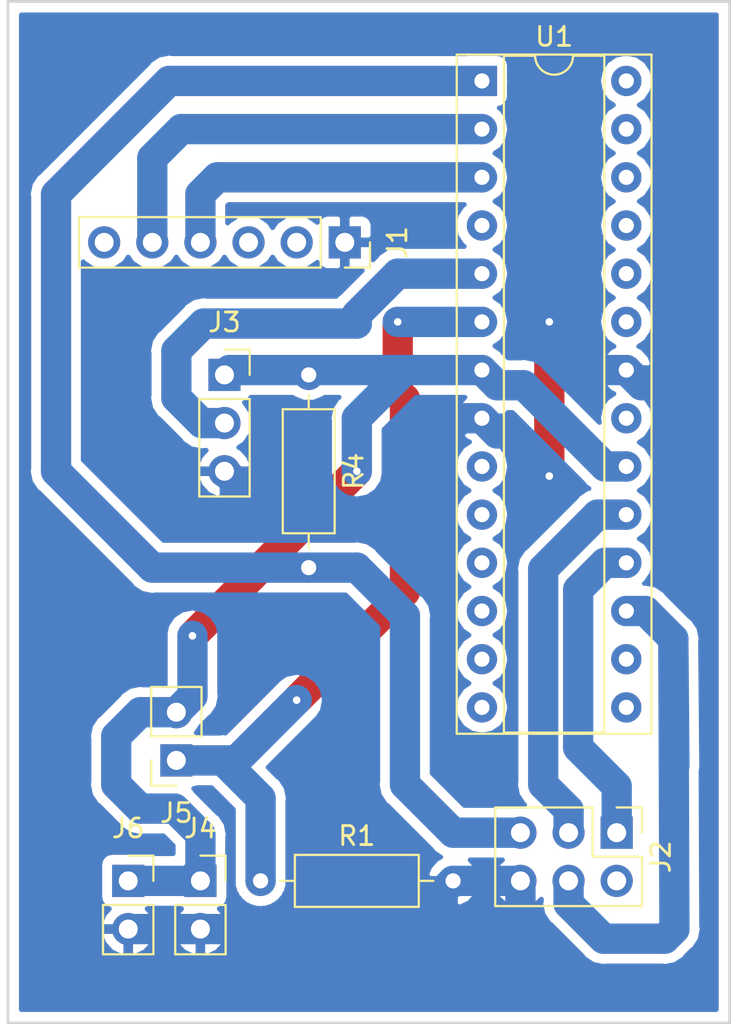
<source format=kicad_pcb>
(kicad_pcb (version 20171130) (host pcbnew 5.0.2-bee76a0~70~ubuntu16.04.1)

  (general
    (thickness 1.6)
    (drawings 7)
    (tracks 98)
    (zones 0)
    (modules 9)
    (nets 11)
  )

  (page A4)
  (layers
    (0 F.Cu signal)
    (31 B.Cu signal)
    (32 B.Adhes user)
    (33 F.Adhes user)
    (34 B.Paste user)
    (35 F.Paste user)
    (36 B.SilkS user)
    (37 F.SilkS user)
    (38 B.Mask user)
    (39 F.Mask user)
    (40 Dwgs.User user)
    (41 Cmts.User user)
    (42 Eco1.User user)
    (43 Eco2.User user)
    (44 Edge.Cuts user)
    (45 Margin user)
    (46 B.CrtYd user)
    (47 F.CrtYd user)
    (48 B.Fab user)
    (49 F.Fab user)
  )

  (setup
    (last_trace_width 1.6)
    (trace_clearance 0.2)
    (zone_clearance 0.508)
    (zone_45_only no)
    (trace_min 0.2)
    (segment_width 0.2)
    (edge_width 0.15)
    (via_size 0.8)
    (via_drill 0.4)
    (via_min_size 0.4)
    (via_min_drill 0.3)
    (uvia_size 0.3)
    (uvia_drill 0.1)
    (uvias_allowed no)
    (uvia_min_size 0.2)
    (uvia_min_drill 0.1)
    (pcb_text_width 0.3)
    (pcb_text_size 1.5 1.5)
    (mod_edge_width 0.15)
    (mod_text_size 1 1)
    (mod_text_width 0.15)
    (pad_size 1.524 1.524)
    (pad_drill 0.762)
    (pad_to_mask_clearance 0.051)
    (solder_mask_min_width 0.25)
    (aux_axis_origin 0 0)
    (visible_elements 7FFFFFFF)
    (pcbplotparams
      (layerselection 0x010fc_ffffffff)
      (usegerberextensions false)
      (usegerberattributes false)
      (usegerberadvancedattributes false)
      (creategerberjobfile false)
      (excludeedgelayer true)
      (linewidth 0.100000)
      (plotframeref false)
      (viasonmask false)
      (mode 1)
      (useauxorigin false)
      (hpglpennumber 1)
      (hpglpenspeed 20)
      (hpglpendiameter 15.000000)
      (psnegative false)
      (psa4output false)
      (plotreference true)
      (plotvalue true)
      (plotinvisibletext false)
      (padsonsilk false)
      (subtractmaskfromsilk false)
      (outputformat 1)
      (mirror false)
      (drillshape 0)
      (scaleselection 1)
      (outputdirectory "gerber/"))
  )

  (net 0 "")
  (net 1 GND)
  (net 2 MISO)
  (net 3 SCK)
  (net 4 MOSI)
  (net 5 RESET)
  (net 6 +5V)
  (net 7 "Net-(J1-Pad4)")
  (net 8 LED)
  (net 9 "Net-(J5-Pad1)")
  (net 10 "Net-(J1-Pad5)")

  (net_class Default "This is the default net class."
    (clearance 0.2)
    (trace_width 1.6)
    (via_dia 0.8)
    (via_drill 0.4)
    (uvia_dia 0.3)
    (uvia_drill 0.1)
    (add_net +5V)
    (add_net GND)
    (add_net LED)
    (add_net MISO)
    (add_net MOSI)
    (add_net "Net-(J1-Pad4)")
    (add_net "Net-(J1-Pad5)")
    (add_net "Net-(J5-Pad1)")
    (add_net RESET)
    (add_net SCK)
  )

  (module Connector_PinHeader_2.54mm:PinHeader_2x03_P2.54mm_Vertical (layer F.Cu) (tedit 5BC3281A) (tstamp 5BC33362)
    (at 44.831 56.515 270)
    (descr "Through hole straight pin header, 2x03, 2.54mm pitch, double rows")
    (tags "Through hole pin header THT 2x03 2.54mm double row")
    (path /5BB90674)
    (fp_text reference J2 (at 1.27 -2.33 270) (layer F.SilkS)
      (effects (font (size 1 1) (thickness 0.15)))
    )
    (fp_text value Conn_02x03_Odd_Even (at 1.27 7.41 270) (layer F.Fab)
      (effects (font (size 1 1) (thickness 0.15)))
    )
    (fp_line (start 0 -1.27) (end 3.81 -1.27) (layer F.Fab) (width 0.1))
    (fp_line (start 3.81 -1.27) (end 3.81 6.35) (layer F.Fab) (width 0.1))
    (fp_line (start 3.81 6.35) (end -1.27 6.35) (layer F.Fab) (width 0.1))
    (fp_line (start -1.27 6.35) (end -1.27 0) (layer F.Fab) (width 0.1))
    (fp_line (start -1.27 0) (end 0 -1.27) (layer F.Fab) (width 0.1))
    (fp_line (start -1.33 6.41) (end 3.87 6.41) (layer F.SilkS) (width 0.12))
    (fp_line (start -1.33 1.27) (end -1.33 6.41) (layer F.SilkS) (width 0.12))
    (fp_line (start 3.87 -1.33) (end 3.87 6.41) (layer F.SilkS) (width 0.12))
    (fp_line (start -1.33 1.27) (end 1.27 1.27) (layer F.SilkS) (width 0.12))
    (fp_line (start 1.27 1.27) (end 1.27 -1.33) (layer F.SilkS) (width 0.12))
    (fp_line (start 1.27 -1.33) (end 3.87 -1.33) (layer F.SilkS) (width 0.12))
    (fp_line (start -1.33 0) (end -1.33 -1.33) (layer F.SilkS) (width 0.12))
    (fp_line (start -1.33 -1.33) (end 0 -1.33) (layer F.SilkS) (width 0.12))
    (fp_line (start -1.8 -1.8) (end -1.8 6.85) (layer F.CrtYd) (width 0.05))
    (fp_line (start -1.8 6.85) (end 4.35 6.85) (layer F.CrtYd) (width 0.05))
    (fp_line (start 4.35 6.85) (end 4.35 -1.8) (layer F.CrtYd) (width 0.05))
    (fp_line (start 4.35 -1.8) (end -1.8 -1.8) (layer F.CrtYd) (width 0.05))
    (fp_text user %R (at 1.27 2.54) (layer F.Fab)
      (effects (font (size 1 1) (thickness 0.15)))
    )
    (pad 1 thru_hole rect (at 0 0 270) (size 1.7 1.7) (drill 1) (layers *.Cu *.Mask)
      (net 2 MISO))
    (pad 2 thru_hole oval (at 2.54 0 270) (size 1.7 1.7) (drill 1) (layers *.Cu *.Mask))
    (pad 3 thru_hole oval (at 0 2.54 270) (size 1.7 1.7) (drill 1) (layers *.Cu *.Mask)
      (net 3 SCK))
    (pad 4 thru_hole oval (at 2.54 2.54 270) (size 1.7 1.7) (drill 1) (layers *.Cu *.Mask)
      (net 4 MOSI))
    (pad 5 thru_hole oval (at 0 5.08 270) (size 1.7 1.7) (drill 1) (layers *.Cu *.Mask)
      (net 5 RESET))
    (pad 6 thru_hole oval (at 2.54 5.08 270) (size 1.7 1.7) (drill 1) (layers *.Cu *.Mask)
      (net 1 GND))
    (model ${KISYS3DMOD}/Connector_PinHeader_2.54mm.3dshapes/PinHeader_2x03_P2.54mm_Vertical.wrl
      (at (xyz 0 0 0))
      (scale (xyz 1 1 1))
      (rotate (xyz 0 0 0))
    )
  )

  (module Resistor_THT:R_Axial_DIN0207_L6.3mm_D2.5mm_P10.16mm_Horizontal (layer F.Cu) (tedit 5AE5139B) (tstamp 5BC34412)
    (at 26.035 59.055)
    (descr "Resistor, Axial_DIN0207 series, Axial, Horizontal, pin pitch=10.16mm, 0.25W = 1/4W, length*diameter=6.3*2.5mm^2, http://cdn-reichelt.de/documents/datenblatt/B400/1_4W%23YAG.pdf")
    (tags "Resistor Axial_DIN0207 series Axial Horizontal pin pitch 10.16mm 0.25W = 1/4W length 6.3mm diameter 2.5mm")
    (path /5C0AB08E)
    (fp_text reference R1 (at 5.08 -2.37) (layer F.SilkS)
      (effects (font (size 1 1) (thickness 0.15)))
    )
    (fp_text value 100k (at 5.08 2.37) (layer F.Fab)
      (effects (font (size 1 1) (thickness 0.15)))
    )
    (fp_line (start 1.93 -1.25) (end 1.93 1.25) (layer F.Fab) (width 0.1))
    (fp_line (start 1.93 1.25) (end 8.23 1.25) (layer F.Fab) (width 0.1))
    (fp_line (start 8.23 1.25) (end 8.23 -1.25) (layer F.Fab) (width 0.1))
    (fp_line (start 8.23 -1.25) (end 1.93 -1.25) (layer F.Fab) (width 0.1))
    (fp_line (start 0 0) (end 1.93 0) (layer F.Fab) (width 0.1))
    (fp_line (start 10.16 0) (end 8.23 0) (layer F.Fab) (width 0.1))
    (fp_line (start 1.81 -1.37) (end 1.81 1.37) (layer F.SilkS) (width 0.12))
    (fp_line (start 1.81 1.37) (end 8.35 1.37) (layer F.SilkS) (width 0.12))
    (fp_line (start 8.35 1.37) (end 8.35 -1.37) (layer F.SilkS) (width 0.12))
    (fp_line (start 8.35 -1.37) (end 1.81 -1.37) (layer F.SilkS) (width 0.12))
    (fp_line (start 1.04 0) (end 1.81 0) (layer F.SilkS) (width 0.12))
    (fp_line (start 9.12 0) (end 8.35 0) (layer F.SilkS) (width 0.12))
    (fp_line (start -1.05 -1.5) (end -1.05 1.5) (layer F.CrtYd) (width 0.05))
    (fp_line (start -1.05 1.5) (end 11.21 1.5) (layer F.CrtYd) (width 0.05))
    (fp_line (start 11.21 1.5) (end 11.21 -1.5) (layer F.CrtYd) (width 0.05))
    (fp_line (start 11.21 -1.5) (end -1.05 -1.5) (layer F.CrtYd) (width 0.05))
    (fp_text user %R (at 5.08 0 180) (layer F.Fab)
      (effects (font (size 1 1) (thickness 0.15)))
    )
    (pad 1 thru_hole circle (at 0 0) (size 1.6 1.6) (drill 0.8) (layers *.Cu *.Mask)
      (net 9 "Net-(J5-Pad1)"))
    (pad 2 thru_hole oval (at 10.16 0) (size 1.6 1.6) (drill 0.8) (layers *.Cu *.Mask)
      (net 1 GND))
    (model ${KISYS3DMOD}/Resistor_THT.3dshapes/R_Axial_DIN0207_L6.3mm_D2.5mm_P10.16mm_Horizontal.wrl
      (at (xyz 0 0 0))
      (scale (xyz 1 1 1))
      (rotate (xyz 0 0 0))
    )
  )

  (module Resistor_THT:R_Axial_DIN0207_L6.3mm_D2.5mm_P10.16mm_Horizontal (layer F.Cu) (tedit 5AE5139B) (tstamp 5C176BA3)
    (at 28.575 32.385 270)
    (descr "Resistor, Axial_DIN0207 series, Axial, Horizontal, pin pitch=10.16mm, 0.25W = 1/4W, length*diameter=6.3*2.5mm^2, http://cdn-reichelt.de/documents/datenblatt/B400/1_4W%23YAG.pdf")
    (tags "Resistor Axial_DIN0207 series Axial Horizontal pin pitch 10.16mm 0.25W = 1/4W length 6.3mm diameter 2.5mm")
    (path /5BB8F969)
    (fp_text reference R4 (at 5.08 -2.37 270) (layer F.SilkS)
      (effects (font (size 1 1) (thickness 0.15)))
    )
    (fp_text value 10k (at 5.08 2.37 270) (layer F.Fab)
      (effects (font (size 1 1) (thickness 0.15)))
    )
    (fp_text user %R (at 5.08 0 270) (layer F.Fab)
      (effects (font (size 1 1) (thickness 0.15)))
    )
    (fp_line (start 11.21 -1.5) (end -1.05 -1.5) (layer F.CrtYd) (width 0.05))
    (fp_line (start 11.21 1.5) (end 11.21 -1.5) (layer F.CrtYd) (width 0.05))
    (fp_line (start -1.05 1.5) (end 11.21 1.5) (layer F.CrtYd) (width 0.05))
    (fp_line (start -1.05 -1.5) (end -1.05 1.5) (layer F.CrtYd) (width 0.05))
    (fp_line (start 9.12 0) (end 8.35 0) (layer F.SilkS) (width 0.12))
    (fp_line (start 1.04 0) (end 1.81 0) (layer F.SilkS) (width 0.12))
    (fp_line (start 8.35 -1.37) (end 1.81 -1.37) (layer F.SilkS) (width 0.12))
    (fp_line (start 8.35 1.37) (end 8.35 -1.37) (layer F.SilkS) (width 0.12))
    (fp_line (start 1.81 1.37) (end 8.35 1.37) (layer F.SilkS) (width 0.12))
    (fp_line (start 1.81 -1.37) (end 1.81 1.37) (layer F.SilkS) (width 0.12))
    (fp_line (start 10.16 0) (end 8.23 0) (layer F.Fab) (width 0.1))
    (fp_line (start 0 0) (end 1.93 0) (layer F.Fab) (width 0.1))
    (fp_line (start 8.23 -1.25) (end 1.93 -1.25) (layer F.Fab) (width 0.1))
    (fp_line (start 8.23 1.25) (end 8.23 -1.25) (layer F.Fab) (width 0.1))
    (fp_line (start 1.93 1.25) (end 8.23 1.25) (layer F.Fab) (width 0.1))
    (fp_line (start 1.93 -1.25) (end 1.93 1.25) (layer F.Fab) (width 0.1))
    (pad 2 thru_hole oval (at 10.16 0 270) (size 1.6 1.6) (drill 0.8) (layers *.Cu *.Mask)
      (net 5 RESET))
    (pad 1 thru_hole circle (at 0 0 270) (size 1.6 1.6) (drill 0.8) (layers *.Cu *.Mask)
      (net 6 +5V))
    (model ${KISYS3DMOD}/Resistor_THT.3dshapes/R_Axial_DIN0207_L6.3mm_D2.5mm_P10.16mm_Horizontal.wrl
      (at (xyz 0 0 0))
      (scale (xyz 1 1 1))
      (rotate (xyz 0 0 0))
    )
  )

  (module Package_DIP:DIP-28_W7.62mm_Socket (layer F.Cu) (tedit 5A02E8C5) (tstamp 5BC33408)
    (at 37.719 16.891)
    (descr "28-lead though-hole mounted DIP package, row spacing 7.62 mm (300 mils), Socket")
    (tags "THT DIP DIL PDIP 2.54mm 7.62mm 300mil Socket")
    (path /5BB8CBE4)
    (fp_text reference U1 (at 3.81 -2.33) (layer F.SilkS)
      (effects (font (size 1 1) (thickness 0.15)))
    )
    (fp_text value ATMEGA8-16PU (at 3.81 35.35) (layer F.Fab)
      (effects (font (size 1 1) (thickness 0.15)))
    )
    (fp_arc (start 3.81 -1.33) (end 2.81 -1.33) (angle -180) (layer F.SilkS) (width 0.12))
    (fp_line (start 1.635 -1.27) (end 6.985 -1.27) (layer F.Fab) (width 0.1))
    (fp_line (start 6.985 -1.27) (end 6.985 34.29) (layer F.Fab) (width 0.1))
    (fp_line (start 6.985 34.29) (end 0.635 34.29) (layer F.Fab) (width 0.1))
    (fp_line (start 0.635 34.29) (end 0.635 -0.27) (layer F.Fab) (width 0.1))
    (fp_line (start 0.635 -0.27) (end 1.635 -1.27) (layer F.Fab) (width 0.1))
    (fp_line (start -1.27 -1.33) (end -1.27 34.35) (layer F.Fab) (width 0.1))
    (fp_line (start -1.27 34.35) (end 8.89 34.35) (layer F.Fab) (width 0.1))
    (fp_line (start 8.89 34.35) (end 8.89 -1.33) (layer F.Fab) (width 0.1))
    (fp_line (start 8.89 -1.33) (end -1.27 -1.33) (layer F.Fab) (width 0.1))
    (fp_line (start 2.81 -1.33) (end 1.16 -1.33) (layer F.SilkS) (width 0.12))
    (fp_line (start 1.16 -1.33) (end 1.16 34.35) (layer F.SilkS) (width 0.12))
    (fp_line (start 1.16 34.35) (end 6.46 34.35) (layer F.SilkS) (width 0.12))
    (fp_line (start 6.46 34.35) (end 6.46 -1.33) (layer F.SilkS) (width 0.12))
    (fp_line (start 6.46 -1.33) (end 4.81 -1.33) (layer F.SilkS) (width 0.12))
    (fp_line (start -1.33 -1.39) (end -1.33 34.41) (layer F.SilkS) (width 0.12))
    (fp_line (start -1.33 34.41) (end 8.95 34.41) (layer F.SilkS) (width 0.12))
    (fp_line (start 8.95 34.41) (end 8.95 -1.39) (layer F.SilkS) (width 0.12))
    (fp_line (start 8.95 -1.39) (end -1.33 -1.39) (layer F.SilkS) (width 0.12))
    (fp_line (start -1.55 -1.6) (end -1.55 34.65) (layer F.CrtYd) (width 0.05))
    (fp_line (start -1.55 34.65) (end 9.15 34.65) (layer F.CrtYd) (width 0.05))
    (fp_line (start 9.15 34.65) (end 9.15 -1.6) (layer F.CrtYd) (width 0.05))
    (fp_line (start 9.15 -1.6) (end -1.55 -1.6) (layer F.CrtYd) (width 0.05))
    (fp_text user %R (at 3.81 16.51) (layer F.Fab)
      (effects (font (size 1 1) (thickness 0.15)))
    )
    (pad 1 thru_hole rect (at 0 0) (size 1.6 1.6) (drill 0.8) (layers *.Cu *.Mask)
      (net 5 RESET))
    (pad 15 thru_hole oval (at 7.62 33.02) (size 1.6 1.6) (drill 0.8) (layers *.Cu *.Mask))
    (pad 2 thru_hole oval (at 0 2.54) (size 1.6 1.6) (drill 0.8) (layers *.Cu *.Mask)
      (net 10 "Net-(J1-Pad5)"))
    (pad 16 thru_hole oval (at 7.62 30.48) (size 1.6 1.6) (drill 0.8) (layers *.Cu *.Mask))
    (pad 3 thru_hole oval (at 0 5.08) (size 1.6 1.6) (drill 0.8) (layers *.Cu *.Mask)
      (net 7 "Net-(J1-Pad4)"))
    (pad 17 thru_hole oval (at 7.62 27.94) (size 1.6 1.6) (drill 0.8) (layers *.Cu *.Mask)
      (net 4 MOSI))
    (pad 4 thru_hole oval (at 0 7.62) (size 1.6 1.6) (drill 0.8) (layers *.Cu *.Mask))
    (pad 18 thru_hole oval (at 7.62 25.4) (size 1.6 1.6) (drill 0.8) (layers *.Cu *.Mask)
      (net 2 MISO))
    (pad 5 thru_hole oval (at 0 10.16) (size 1.6 1.6) (drill 0.8) (layers *.Cu *.Mask)
      (net 8 LED))
    (pad 19 thru_hole oval (at 7.62 22.86) (size 1.6 1.6) (drill 0.8) (layers *.Cu *.Mask)
      (net 3 SCK))
    (pad 6 thru_hole oval (at 0 12.7) (size 1.6 1.6) (drill 0.8) (layers *.Cu *.Mask)
      (net 9 "Net-(J5-Pad1)"))
    (pad 20 thru_hole oval (at 7.62 20.32) (size 1.6 1.6) (drill 0.8) (layers *.Cu *.Mask)
      (net 6 +5V))
    (pad 7 thru_hole oval (at 0 15.24) (size 1.6 1.6) (drill 0.8) (layers *.Cu *.Mask)
      (net 6 +5V))
    (pad 21 thru_hole oval (at 7.62 17.78) (size 1.6 1.6) (drill 0.8) (layers *.Cu *.Mask))
    (pad 8 thru_hole oval (at 0 17.78) (size 1.6 1.6) (drill 0.8) (layers *.Cu *.Mask)
      (net 1 GND))
    (pad 22 thru_hole oval (at 7.62 15.24) (size 1.6 1.6) (drill 0.8) (layers *.Cu *.Mask)
      (net 1 GND))
    (pad 9 thru_hole oval (at 0 20.32) (size 1.6 1.6) (drill 0.8) (layers *.Cu *.Mask))
    (pad 23 thru_hole oval (at 7.62 12.7) (size 1.6 1.6) (drill 0.8) (layers *.Cu *.Mask))
    (pad 10 thru_hole oval (at 0 22.86) (size 1.6 1.6) (drill 0.8) (layers *.Cu *.Mask))
    (pad 24 thru_hole oval (at 7.62 10.16) (size 1.6 1.6) (drill 0.8) (layers *.Cu *.Mask))
    (pad 11 thru_hole oval (at 0 25.4) (size 1.6 1.6) (drill 0.8) (layers *.Cu *.Mask))
    (pad 25 thru_hole oval (at 7.62 7.62) (size 1.6 1.6) (drill 0.8) (layers *.Cu *.Mask))
    (pad 12 thru_hole oval (at 0 27.94) (size 1.6 1.6) (drill 0.8) (layers *.Cu *.Mask))
    (pad 26 thru_hole oval (at 7.62 5.08) (size 1.6 1.6) (drill 0.8) (layers *.Cu *.Mask))
    (pad 13 thru_hole oval (at 0 30.48) (size 1.6 1.6) (drill 0.8) (layers *.Cu *.Mask))
    (pad 27 thru_hole oval (at 7.62 2.54) (size 1.6 1.6) (drill 0.8) (layers *.Cu *.Mask))
    (pad 14 thru_hole oval (at 0 33.02) (size 1.6 1.6) (drill 0.8) (layers *.Cu *.Mask))
    (pad 28 thru_hole oval (at 7.62 0) (size 1.6 1.6) (drill 0.8) (layers *.Cu *.Mask))
    (model ${KISYS3DMOD}/Package_DIP.3dshapes/DIP-28_W7.62mm_Socket.wrl
      (at (xyz 0 0 0))
      (scale (xyz 1 1 1))
      (rotate (xyz 0 0 0))
    )
  )

  (module Connector_PinSocket_2.54mm:PinSocket_1x03_P2.54mm_Vertical (layer F.Cu) (tedit 5A19A429) (tstamp 5C176061)
    (at 24.13 32.385)
    (descr "Through hole straight socket strip, 1x03, 2.54mm pitch, single row (from Kicad 4.0.7), script generated")
    (tags "Through hole socket strip THT 1x03 2.54mm single row")
    (path /5C084B83)
    (fp_text reference J3 (at 0 -2.77) (layer F.SilkS)
      (effects (font (size 1 1) (thickness 0.15)))
    )
    (fp_text value Conn_01x03 (at 0 7.85) (layer F.Fab)
      (effects (font (size 1 1) (thickness 0.15)))
    )
    (fp_line (start -1.27 -1.27) (end 0.635 -1.27) (layer F.Fab) (width 0.1))
    (fp_line (start 0.635 -1.27) (end 1.27 -0.635) (layer F.Fab) (width 0.1))
    (fp_line (start 1.27 -0.635) (end 1.27 6.35) (layer F.Fab) (width 0.1))
    (fp_line (start 1.27 6.35) (end -1.27 6.35) (layer F.Fab) (width 0.1))
    (fp_line (start -1.27 6.35) (end -1.27 -1.27) (layer F.Fab) (width 0.1))
    (fp_line (start -1.33 1.27) (end 1.33 1.27) (layer F.SilkS) (width 0.12))
    (fp_line (start -1.33 1.27) (end -1.33 6.41) (layer F.SilkS) (width 0.12))
    (fp_line (start -1.33 6.41) (end 1.33 6.41) (layer F.SilkS) (width 0.12))
    (fp_line (start 1.33 1.27) (end 1.33 6.41) (layer F.SilkS) (width 0.12))
    (fp_line (start 1.33 -1.33) (end 1.33 0) (layer F.SilkS) (width 0.12))
    (fp_line (start 0 -1.33) (end 1.33 -1.33) (layer F.SilkS) (width 0.12))
    (fp_line (start -1.8 -1.8) (end 1.75 -1.8) (layer F.CrtYd) (width 0.05))
    (fp_line (start 1.75 -1.8) (end 1.75 6.85) (layer F.CrtYd) (width 0.05))
    (fp_line (start 1.75 6.85) (end -1.8 6.85) (layer F.CrtYd) (width 0.05))
    (fp_line (start -1.8 6.85) (end -1.8 -1.8) (layer F.CrtYd) (width 0.05))
    (fp_text user %R (at 0 2.54 90) (layer F.Fab)
      (effects (font (size 1 1) (thickness 0.15)))
    )
    (pad 1 thru_hole rect (at 0 0) (size 1.7 1.7) (drill 1) (layers *.Cu *.Mask)
      (net 6 +5V))
    (pad 2 thru_hole oval (at 0 2.54) (size 1.7 1.7) (drill 1) (layers *.Cu *.Mask)
      (net 8 LED))
    (pad 3 thru_hole oval (at 0 5.08) (size 1.7 1.7) (drill 1) (layers *.Cu *.Mask)
      (net 1 GND))
    (model ${KISYS3DMOD}/Connector_PinSocket_2.54mm.3dshapes/PinSocket_1x03_P2.54mm_Vertical.wrl
      (at (xyz 0 0 0))
      (scale (xyz 1 1 1))
      (rotate (xyz 0 0 0))
    )
  )

  (module Connector_PinSocket_2.54mm:PinSocket_1x02_P2.54mm_Vertical (layer F.Cu) (tedit 5A19A420) (tstamp 5C1763EA)
    (at 22.86 59.055)
    (descr "Through hole straight socket strip, 1x02, 2.54mm pitch, single row (from Kicad 4.0.7), script generated")
    (tags "Through hole socket strip THT 1x02 2.54mm single row")
    (path /5C084590)
    (fp_text reference J4 (at 0 -2.77) (layer F.SilkS)
      (effects (font (size 1 1) (thickness 0.15)))
    )
    (fp_text value Conn_01x02_Male (at 0 5.31) (layer F.Fab)
      (effects (font (size 1 1) (thickness 0.15)))
    )
    (fp_line (start -1.27 -1.27) (end 0.635 -1.27) (layer F.Fab) (width 0.1))
    (fp_line (start 0.635 -1.27) (end 1.27 -0.635) (layer F.Fab) (width 0.1))
    (fp_line (start 1.27 -0.635) (end 1.27 3.81) (layer F.Fab) (width 0.1))
    (fp_line (start 1.27 3.81) (end -1.27 3.81) (layer F.Fab) (width 0.1))
    (fp_line (start -1.27 3.81) (end -1.27 -1.27) (layer F.Fab) (width 0.1))
    (fp_line (start -1.33 1.27) (end 1.33 1.27) (layer F.SilkS) (width 0.12))
    (fp_line (start -1.33 1.27) (end -1.33 3.87) (layer F.SilkS) (width 0.12))
    (fp_line (start -1.33 3.87) (end 1.33 3.87) (layer F.SilkS) (width 0.12))
    (fp_line (start 1.33 1.27) (end 1.33 3.87) (layer F.SilkS) (width 0.12))
    (fp_line (start 1.33 -1.33) (end 1.33 0) (layer F.SilkS) (width 0.12))
    (fp_line (start 0 -1.33) (end 1.33 -1.33) (layer F.SilkS) (width 0.12))
    (fp_line (start -1.8 -1.8) (end 1.75 -1.8) (layer F.CrtYd) (width 0.05))
    (fp_line (start 1.75 -1.8) (end 1.75 4.3) (layer F.CrtYd) (width 0.05))
    (fp_line (start 1.75 4.3) (end -1.8 4.3) (layer F.CrtYd) (width 0.05))
    (fp_line (start -1.8 4.3) (end -1.8 -1.8) (layer F.CrtYd) (width 0.05))
    (fp_text user %R (at 0 1.27 90) (layer F.Fab)
      (effects (font (size 1 1) (thickness 0.15)))
    )
    (pad 1 thru_hole rect (at 0 0) (size 1.7 1.7) (drill 1) (layers *.Cu *.Mask)
      (net 6 +5V))
    (pad 2 thru_hole oval (at 0 2.54) (size 1.7 1.7) (drill 1) (layers *.Cu *.Mask)
      (net 1 GND))
    (model ${KISYS3DMOD}/Connector_PinSocket_2.54mm.3dshapes/PinSocket_1x02_P2.54mm_Vertical.wrl
      (at (xyz 0 0 0))
      (scale (xyz 1 1 1))
      (rotate (xyz 0 0 0))
    )
  )

  (module Connector_PinSocket_2.54mm:PinSocket_1x02_P2.54mm_Vertical (layer F.Cu) (tedit 5A19A420) (tstamp 5C17608D)
    (at 21.59 52.705 180)
    (descr "Through hole straight socket strip, 1x02, 2.54mm pitch, single row (from Kicad 4.0.7), script generated")
    (tags "Through hole socket strip THT 1x02 2.54mm single row")
    (path /5C0AAC9D)
    (fp_text reference J5 (at 0 -2.77 180) (layer F.SilkS)
      (effects (font (size 1 1) (thickness 0.15)))
    )
    (fp_text value Conn_01x02_Male (at 0 5.31 180) (layer F.Fab)
      (effects (font (size 1 1) (thickness 0.15)))
    )
    (fp_text user %R (at 0 1.27 270) (layer F.Fab)
      (effects (font (size 1 1) (thickness 0.15)))
    )
    (fp_line (start -1.8 4.3) (end -1.8 -1.8) (layer F.CrtYd) (width 0.05))
    (fp_line (start 1.75 4.3) (end -1.8 4.3) (layer F.CrtYd) (width 0.05))
    (fp_line (start 1.75 -1.8) (end 1.75 4.3) (layer F.CrtYd) (width 0.05))
    (fp_line (start -1.8 -1.8) (end 1.75 -1.8) (layer F.CrtYd) (width 0.05))
    (fp_line (start 0 -1.33) (end 1.33 -1.33) (layer F.SilkS) (width 0.12))
    (fp_line (start 1.33 -1.33) (end 1.33 0) (layer F.SilkS) (width 0.12))
    (fp_line (start 1.33 1.27) (end 1.33 3.87) (layer F.SilkS) (width 0.12))
    (fp_line (start -1.33 3.87) (end 1.33 3.87) (layer F.SilkS) (width 0.12))
    (fp_line (start -1.33 1.27) (end -1.33 3.87) (layer F.SilkS) (width 0.12))
    (fp_line (start -1.33 1.27) (end 1.33 1.27) (layer F.SilkS) (width 0.12))
    (fp_line (start -1.27 3.81) (end -1.27 -1.27) (layer F.Fab) (width 0.1))
    (fp_line (start 1.27 3.81) (end -1.27 3.81) (layer F.Fab) (width 0.1))
    (fp_line (start 1.27 -0.635) (end 1.27 3.81) (layer F.Fab) (width 0.1))
    (fp_line (start 0.635 -1.27) (end 1.27 -0.635) (layer F.Fab) (width 0.1))
    (fp_line (start -1.27 -1.27) (end 0.635 -1.27) (layer F.Fab) (width 0.1))
    (pad 2 thru_hole oval (at 0 2.54 180) (size 1.7 1.7) (drill 1) (layers *.Cu *.Mask)
      (net 6 +5V))
    (pad 1 thru_hole rect (at 0 0 180) (size 1.7 1.7) (drill 1) (layers *.Cu *.Mask)
      (net 9 "Net-(J5-Pad1)"))
    (model ${KISYS3DMOD}/Connector_PinSocket_2.54mm.3dshapes/PinSocket_1x02_P2.54mm_Vertical.wrl
      (at (xyz 0 0 0))
      (scale (xyz 1 1 1))
      (rotate (xyz 0 0 0))
    )
  )

  (module Connector_PinSocket_2.54mm:PinSocket_1x06_P2.54mm_Vertical (layer F.Cu) (tedit 5A19A430) (tstamp 5C176933)
    (at 30.48 25.4 270)
    (descr "Through hole straight socket strip, 1x06, 2.54mm pitch, single row (from Kicad 4.0.7), script generated")
    (tags "Through hole socket strip THT 1x06 2.54mm single row")
    (path /5C0985AE)
    (fp_text reference J1 (at 0 -2.77 270) (layer F.SilkS)
      (effects (font (size 1 1) (thickness 0.15)))
    )
    (fp_text value Conn_01x06_Male (at 0 15.47 270) (layer F.Fab)
      (effects (font (size 1 1) (thickness 0.15)))
    )
    (fp_line (start -1.27 -1.27) (end 0.635 -1.27) (layer F.Fab) (width 0.1))
    (fp_line (start 0.635 -1.27) (end 1.27 -0.635) (layer F.Fab) (width 0.1))
    (fp_line (start 1.27 -0.635) (end 1.27 13.97) (layer F.Fab) (width 0.1))
    (fp_line (start 1.27 13.97) (end -1.27 13.97) (layer F.Fab) (width 0.1))
    (fp_line (start -1.27 13.97) (end -1.27 -1.27) (layer F.Fab) (width 0.1))
    (fp_line (start -1.33 1.27) (end 1.33 1.27) (layer F.SilkS) (width 0.12))
    (fp_line (start -1.33 1.27) (end -1.33 14.03) (layer F.SilkS) (width 0.12))
    (fp_line (start -1.33 14.03) (end 1.33 14.03) (layer F.SilkS) (width 0.12))
    (fp_line (start 1.33 1.27) (end 1.33 14.03) (layer F.SilkS) (width 0.12))
    (fp_line (start 1.33 -1.33) (end 1.33 0) (layer F.SilkS) (width 0.12))
    (fp_line (start 0 -1.33) (end 1.33 -1.33) (layer F.SilkS) (width 0.12))
    (fp_line (start -1.8 -1.8) (end 1.75 -1.8) (layer F.CrtYd) (width 0.05))
    (fp_line (start 1.75 -1.8) (end 1.75 14.45) (layer F.CrtYd) (width 0.05))
    (fp_line (start 1.75 14.45) (end -1.8 14.45) (layer F.CrtYd) (width 0.05))
    (fp_line (start -1.8 14.45) (end -1.8 -1.8) (layer F.CrtYd) (width 0.05))
    (fp_text user %R (at 0 6.35) (layer F.Fab)
      (effects (font (size 1 1) (thickness 0.15)))
    )
    (pad 1 thru_hole rect (at 0 0 270) (size 1.7 1.7) (drill 1) (layers *.Cu *.Mask)
      (net 1 GND))
    (pad 2 thru_hole oval (at 0 2.54 270) (size 1.7 1.7) (drill 1) (layers *.Cu *.Mask))
    (pad 3 thru_hole oval (at 0 5.08 270) (size 1.7 1.7) (drill 1) (layers *.Cu *.Mask))
    (pad 4 thru_hole oval (at 0 7.62 270) (size 1.7 1.7) (drill 1) (layers *.Cu *.Mask)
      (net 7 "Net-(J1-Pad4)"))
    (pad 5 thru_hole oval (at 0 10.16 270) (size 1.7 1.7) (drill 1) (layers *.Cu *.Mask)
      (net 10 "Net-(J1-Pad5)"))
    (pad 6 thru_hole oval (at 0 12.7 270) (size 1.7 1.7) (drill 1) (layers *.Cu *.Mask))
    (model ${KISYS3DMOD}/Connector_PinSocket_2.54mm.3dshapes/PinSocket_1x06_P2.54mm_Vertical.wrl
      (at (xyz 0 0 0))
      (scale (xyz 1 1 1))
      (rotate (xyz 0 0 0))
    )
  )

  (module Connector_PinSocket_2.54mm:PinSocket_1x02_P2.54mm_Vertical (layer F.Cu) (tedit 5A19A420) (tstamp 5C233F8C)
    (at 19.049888 59.055)
    (descr "Through hole straight socket strip, 1x02, 2.54mm pitch, single row (from Kicad 4.0.7), script generated")
    (tags "Through hole socket strip THT 1x02 2.54mm single row")
    (path /5C0AD11F)
    (fp_text reference J6 (at 0 -2.77) (layer F.SilkS)
      (effects (font (size 1 1) (thickness 0.15)))
    )
    (fp_text value Conn_01x02_Male (at 0 5.31) (layer F.Fab)
      (effects (font (size 1 1) (thickness 0.15)))
    )
    (fp_line (start -1.27 -1.27) (end 0.635 -1.27) (layer F.Fab) (width 0.1))
    (fp_line (start 0.635 -1.27) (end 1.27 -0.635) (layer F.Fab) (width 0.1))
    (fp_line (start 1.27 -0.635) (end 1.27 3.81) (layer F.Fab) (width 0.1))
    (fp_line (start 1.27 3.81) (end -1.27 3.81) (layer F.Fab) (width 0.1))
    (fp_line (start -1.27 3.81) (end -1.27 -1.27) (layer F.Fab) (width 0.1))
    (fp_line (start -1.33 1.27) (end 1.33 1.27) (layer F.SilkS) (width 0.12))
    (fp_line (start -1.33 1.27) (end -1.33 3.87) (layer F.SilkS) (width 0.12))
    (fp_line (start -1.33 3.87) (end 1.33 3.87) (layer F.SilkS) (width 0.12))
    (fp_line (start 1.33 1.27) (end 1.33 3.87) (layer F.SilkS) (width 0.12))
    (fp_line (start 1.33 -1.33) (end 1.33 0) (layer F.SilkS) (width 0.12))
    (fp_line (start 0 -1.33) (end 1.33 -1.33) (layer F.SilkS) (width 0.12))
    (fp_line (start -1.8 -1.8) (end 1.75 -1.8) (layer F.CrtYd) (width 0.05))
    (fp_line (start 1.75 -1.8) (end 1.75 4.3) (layer F.CrtYd) (width 0.05))
    (fp_line (start 1.75 4.3) (end -1.8 4.3) (layer F.CrtYd) (width 0.05))
    (fp_line (start -1.8 4.3) (end -1.8 -1.8) (layer F.CrtYd) (width 0.05))
    (fp_text user %R (at 0 1.27 90) (layer F.Fab)
      (effects (font (size 1 1) (thickness 0.15)))
    )
    (pad 1 thru_hole rect (at 0 0) (size 1.7 1.7) (drill 1) (layers *.Cu *.Mask)
      (net 6 +5V))
    (pad 2 thru_hole oval (at 0 2.54) (size 1.7 1.7) (drill 1) (layers *.Cu *.Mask)
      (net 1 GND))
    (model ${KISYS3DMOD}/Connector_PinSocket_2.54mm.3dshapes/PinSocket_1x02_P2.54mm_Vertical.wrl
      (at (xyz 0 0 0))
      (scale (xyz 1 1 1))
      (rotate (xyz 0 0 0))
    )
  )

  (gr_text JTAG (at 42.291 62.103) (layer Eco2.User)
    (effects (font (size 1.5 1.5) (thickness 0.3)))
  )
  (gr_text "GND TX RX" (at 22.86 25.4 180) (layer Eco2.User)
    (effects (font (size 1.5 1.5) (thickness 0.3)))
  )
  (gr_line (start 50.8 12.7) (end 12.7 12.7) (layer Edge.Cuts) (width 0.15))
  (gr_line (start 50.8 66.548) (end 50.8 12.7) (layer Edge.Cuts) (width 0.15))
  (gr_line (start 12.7 66.548) (end 50.8 66.548) (layer Edge.Cuts) (width 0.15))
  (gr_line (start 12.7 66.548) (end 12.7 64.008) (layer Edge.Cuts) (width 0.15))
  (gr_line (start 12.7 12.7) (end 12.7 64.008) (layer Edge.Cuts) (width 0.15))

  (segment (start 36.195 59.055) (end 39.751 59.055) (width 1.6) (layer B.Cu) (net 1) (status 20))
  (via (at 41.275 37.719) (size 0.8) (drill 0.4) (layers F.Cu B.Cu) (net 1))
  (segment (start 39.026999 35.470999) (end 41.275 37.719) (width 1.6) (layer B.Cu) (net 1))
  (segment (start 37.719 34.671) (end 38.518999 35.470999) (width 1.6) (layer B.Cu) (net 1) (status 30))
  (segment (start 38.518999 35.470999) (end 39.026999 35.470999) (width 1.6) (layer B.Cu) (net 1) (status 10))
  (segment (start 41.275 37.719) (end 41.275 29.591) (width 1.6) (layer F.Cu) (net 1))
  (via (at 41.275 29.591) (size 0.8) (drill 0.4) (layers F.Cu B.Cu) (net 1))
  (segment (start 43.815 32.131) (end 45.339 32.131) (width 1.6) (layer B.Cu) (net 1) (status 20))
  (segment (start 41.275 29.591) (end 43.815 32.131) (width 1.6) (layer B.Cu) (net 1))
  (segment (start 33.655 61.595) (end 36.195 59.055) (width 1.6) (layer B.Cu) (net 1))
  (segment (start 22.86 61.595) (end 33.655 61.595) (width 1.6) (layer B.Cu) (net 1))
  (segment (start 24.13 37.465) (end 26.67 40.005) (width 1.6) (layer B.Cu) (net 1))
  (segment (start 26.67 40.005) (end 31.75 40.005) (width 1.6) (layer B.Cu) (net 1))
  (segment (start 31.75 40.005) (end 34.925 36.83) (width 1.6) (layer B.Cu) (net 1))
  (segment (start 36.58763 34.671) (end 37.719 34.671) (width 1.6) (layer B.Cu) (net 1))
  (segment (start 34.925 36.33363) (end 36.58763 34.671) (width 1.6) (layer B.Cu) (net 1))
  (segment (start 34.925 36.83) (end 34.925 36.33363) (width 1.6) (layer B.Cu) (net 1))
  (segment (start 46.138999 32.930999) (end 46.900999 32.930999) (width 1.6) (layer B.Cu) (net 1))
  (segment (start 45.339 32.131) (end 46.138999 32.930999) (width 1.6) (layer B.Cu) (net 1))
  (segment (start 39.751 60.257081) (end 39.751 59.055) (width 1.6) (layer B.Cu) (net 1))
  (segment (start 19.05 61.595) (end 22.86 61.595) (width 1.6) (layer B.Cu) (net 1))
  (segment (start 44.831 54.065) (end 42.799 52.033) (width 1.6) (layer B.Cu) (net 2))
  (segment (start 44.831 56.515) (end 44.831 54.065) (width 1.6) (layer B.Cu) (net 2) (status 10))
  (segment (start 44.20763 42.291) (end 45.339 42.291) (width 1.6) (layer B.Cu) (net 2) (status 20))
  (segment (start 42.799 43.69963) (end 44.20763 42.291) (width 1.6) (layer B.Cu) (net 2))
  (segment (start 42.799 52.033) (end 42.799 43.69963) (width 1.6) (layer B.Cu) (net 2))
  (segment (start 40.953081 53.975) (end 40.953081 42.612919) (width 1.6) (layer B.Cu) (net 3))
  (segment (start 42.291 56.515) (end 42.291 55.312919) (width 1.6) (layer B.Cu) (net 3) (status 10))
  (segment (start 43.815 39.751) (end 45.339 39.751) (width 1.6) (layer B.Cu) (net 3) (status 20))
  (segment (start 40.953081 42.612919) (end 43.815 39.751) (width 1.6) (layer B.Cu) (net 3))
  (segment (start 42.291 55.312919) (end 40.953081 53.975) (width 1.6) (layer B.Cu) (net 3))
  (segment (start 47.879 61.595) (end 47.371 62.103) (width 1.6) (layer B.Cu) (net 4))
  (segment (start 47.371 62.103) (end 44.136919 62.103) (width 1.6) (layer B.Cu) (net 4))
  (segment (start 44.136919 62.103) (end 42.291 60.257081) (width 1.6) (layer B.Cu) (net 4))
  (segment (start 45.339 44.831) (end 46.355 44.831) (width 1.6) (layer B.Cu) (net 4) (status 10))
  (segment (start 47.879 52.959) (end 47.81999 46.29599) (width 1.6) (layer B.Cu) (net 4))
  (segment (start 46.355 44.831) (end 47.81999 46.29599) (width 1.6) (layer B.Cu) (net 4))
  (segment (start 47.81999 46.29599) (end 47.879 61.595) (width 1.6) (layer B.Cu) (net 4))
  (segment (start 42.291 60.257081) (end 42.291 59.055) (width 1.6) (layer B.Cu) (net 4) (status 20))
  (segment (start 36.195 56.515) (end 39.751 56.515) (width 1.6) (layer B.Cu) (net 5))
  (segment (start 33.655 53.975) (end 36.195 56.515) (width 1.6) (layer B.Cu) (net 5))
  (segment (start 33.655 45.085) (end 33.655 53.975) (width 1.6) (layer B.Cu) (net 5))
  (segment (start 20.32 42.545) (end 31.115 42.545) (width 1.6) (layer B.Cu) (net 5))
  (segment (start 31.115 42.545) (end 33.655 45.085) (width 1.6) (layer B.Cu) (net 5))
  (segment (start 37.719 16.891) (end 21.209 16.891) (width 1.6) (layer B.Cu) (net 5))
  (segment (start 21.209 16.891) (end 15.24 22.86) (width 1.6) (layer B.Cu) (net 5))
  (segment (start 15.24 37.465) (end 20.32 42.545) (width 1.6) (layer B.Cu) (net 5))
  (segment (start 15.24 22.86) (end 15.24 37.465) (width 1.6) (layer B.Cu) (net 5))
  (segment (start 44.20763 37.211) (end 45.339 37.211) (width 1.6) (layer B.Cu) (net 6) (status 20))
  (segment (start 39.927629 32.930999) (end 44.20763 37.211) (width 1.6) (layer B.Cu) (net 6))
  (segment (start 38.518999 32.930999) (end 39.927629 32.930999) (width 1.6) (layer B.Cu) (net 6) (status 10))
  (segment (start 37.719 32.131) (end 38.518999 32.930999) (width 1.6) (layer B.Cu) (net 6) (status 30))
  (segment (start 24.384 32.131) (end 24.13 32.385) (width 1.6) (layer B.Cu) (net 6))
  (segment (start 22.86 56.605) (end 21.5 55.245) (width 1.6) (layer B.Cu) (net 6))
  (segment (start 22.86 59.055) (end 22.86 56.605) (width 1.6) (layer B.Cu) (net 6))
  (segment (start 21.5 55.245) (end 19.685 55.245) (width 1.6) (layer B.Cu) (net 6))
  (segment (start 19.685 55.245) (end 18.415 53.975) (width 1.6) (layer B.Cu) (net 6))
  (segment (start 18.415 53.975) (end 18.415 51.435) (width 1.6) (layer B.Cu) (net 6))
  (segment (start 19.685 50.165) (end 21.59 50.165) (width 1.6) (layer B.Cu) (net 6))
  (segment (start 18.415 51.435) (end 19.685 50.165) (width 1.6) (layer B.Cu) (net 6))
  (segment (start 22.439999 49.315001) (end 22.439999 46.140001) (width 1.6) (layer B.Cu) (net 6))
  (segment (start 21.59 50.165) (end 22.439999 49.315001) (width 1.6) (layer B.Cu) (net 6))
  (via (at 22.439999 46.140001) (size 0.8) (drill 0.4) (layers F.Cu B.Cu) (net 6))
  (segment (start 33.655 32.131) (end 24.384 32.131) (width 1.6) (layer B.Cu) (net 6))
  (segment (start 22.439999 46.140001) (end 31.115 37.465) (width 1.6) (layer F.Cu) (net 6))
  (segment (start 31.115 37.465) (end 31.115 37.465) (width 1.6) (layer F.Cu) (net 6) (tstamp 5C17685E))
  (via (at 31.115 37.465) (size 0.8) (drill 0.4) (layers F.Cu B.Cu) (net 6))
  (segment (start 31.115 34.671) (end 33.655 32.131) (width 1.6) (layer B.Cu) (net 6))
  (segment (start 31.115 37.465) (end 31.115 34.671) (width 1.6) (layer B.Cu) (net 6))
  (segment (start 37.719 32.131) (end 34.925 32.131) (width 1.6) (layer B.Cu) (net 6))
  (segment (start 34.925 32.131) (end 33.655 32.131) (width 1.6) (layer B.Cu) (net 6))
  (segment (start 19.05 59.055) (end 22.86 59.055) (width 1.6) (layer B.Cu) (net 6))
  (segment (start 22.86 25.4) (end 22.86 22.86) (width 1.6) (layer B.Cu) (net 7))
  (segment (start 23.749 21.971) (end 22.86 22.86) (width 1.6) (layer B.Cu) (net 7))
  (segment (start 37.719 21.971) (end 23.749 21.971) (width 1.6) (layer B.Cu) (net 7))
  (segment (start 33.268402 27.051) (end 37.719 27.051) (width 1.6) (layer B.Cu) (net 8))
  (segment (start 31.115 29.204402) (end 33.268402 27.051) (width 1.6) (layer B.Cu) (net 8))
  (segment (start 31.115 29.677998) (end 31.115 29.204402) (width 1.6) (layer B.Cu) (net 8))
  (segment (start 23.027002 29.677998) (end 31.115 29.677998) (width 1.6) (layer B.Cu) (net 8))
  (segment (start 24.13 34.925) (end 22.927919 34.925) (width 1.6) (layer B.Cu) (net 8))
  (segment (start 22.927919 34.925) (end 21.59 33.587081) (width 1.6) (layer B.Cu) (net 8))
  (segment (start 21.59 33.587081) (end 21.59 31.115) (width 1.6) (layer B.Cu) (net 8))
  (segment (start 21.59 31.115) (end 23.027002 29.677998) (width 1.6) (layer B.Cu) (net 8))
  (segment (start 24.04 52.705) (end 26.035 54.7) (width 1.6) (layer B.Cu) (net 9))
  (segment (start 21.59 52.705) (end 24.04 52.705) (width 1.6) (layer B.Cu) (net 9))
  (segment (start 26.035 54.7) (end 26.035 59.055) (width 1.6) (layer B.Cu) (net 9))
  (via (at 33.274 29.591) (size 0.8) (drill 0.4) (layers F.Cu B.Cu) (net 9))
  (segment (start 33.274 29.591) (end 33.274 33.274) (width 1.6) (layer F.Cu) (net 9))
  (segment (start 33.274 33.274) (end 33.655 33.655) (width 1.6) (layer F.Cu) (net 9))
  (segment (start 33.655 33.655) (end 33.655 43.815) (width 1.6) (layer F.Cu) (net 9))
  (segment (start 33.655 43.815) (end 27.94 49.53) (width 1.6) (layer F.Cu) (net 9))
  (via (at 27.94 49.53) (size 0.8) (drill 0.4) (layers F.Cu B.Cu) (net 9))
  (segment (start 24.765 52.705) (end 21.59 52.705) (width 1.6) (layer B.Cu) (net 9))
  (segment (start 27.94 49.53) (end 24.765 52.705) (width 1.6) (layer B.Cu) (net 9))
  (segment (start 33.274 29.591) (end 37.719 29.591) (width 1.6) (layer B.Cu) (net 9))
  (segment (start 20.32 20.955) (end 20.32 25.4) (width 1.6) (layer B.Cu) (net 10))
  (segment (start 21.844 19.431) (end 20.32 20.955) (width 1.6) (layer B.Cu) (net 10))
  (segment (start 37.719 19.431) (end 21.844 19.431) (width 1.6) (layer B.Cu) (net 10))

  (zone (net 1) (net_name GND) (layer B.Cu) (tstamp 0) (hatch edge 0.508)
    (connect_pads (clearance 0.508))
    (min_thickness 0.254)
    (fill yes (arc_segments 16) (thermal_gap 0.508) (thermal_bridge_width 0.508))
    (polygon
      (pts
        (xy 13.208 13.208) (xy 50.292 13.208) (xy 50.292 66.04) (xy 13.208 66.04)
      )
    )
    (filled_polygon
      (pts
        (xy 50.09 65.838) (xy 13.41 65.838) (xy 13.41 61.95189) (xy 17.608412 61.95189) (xy 17.778243 62.361924)
        (xy 18.16853 62.790183) (xy 18.692996 63.036486) (xy 18.922888 62.915819) (xy 18.922888 61.722) (xy 19.176888 61.722)
        (xy 19.176888 62.915819) (xy 19.40678 63.036486) (xy 19.931246 62.790183) (xy 20.321533 62.361924) (xy 20.491364 61.95189)
        (xy 21.418524 61.95189) (xy 21.588355 62.361924) (xy 21.978642 62.790183) (xy 22.503108 63.036486) (xy 22.733 62.915819)
        (xy 22.733 61.722) (xy 22.987 61.722) (xy 22.987 62.915819) (xy 23.216892 63.036486) (xy 23.741358 62.790183)
        (xy 24.131645 62.361924) (xy 24.301476 61.95189) (xy 24.180155 61.722) (xy 22.987 61.722) (xy 22.733 61.722)
        (xy 21.539845 61.722) (xy 21.418524 61.95189) (xy 20.491364 61.95189) (xy 20.370043 61.722) (xy 19.176888 61.722)
        (xy 18.922888 61.722) (xy 17.729733 61.722) (xy 17.608412 61.95189) (xy 13.41 61.95189) (xy 13.41 51.435)
        (xy 16.951888 51.435) (xy 16.980001 51.576333) (xy 16.98 53.833671) (xy 16.951888 53.975) (xy 16.98 54.116328)
        (xy 16.98 54.116332) (xy 17.06326 54.534908) (xy 17.380423 55.009576) (xy 17.500241 55.089636) (xy 18.570363 56.159759)
        (xy 18.650423 56.279577) (xy 19.125091 56.59674) (xy 19.543667 56.68) (xy 19.543671 56.68) (xy 19.684999 56.708112)
        (xy 19.826327 56.68) (xy 20.905604 56.68) (xy 21.425001 57.199397) (xy 21.425001 57.62) (xy 20.167344 57.62)
        (xy 20.147653 57.606843) (xy 19.899888 57.55756) (xy 18.199888 57.55756) (xy 17.952123 57.606843) (xy 17.742079 57.747191)
        (xy 17.601731 57.957235) (xy 17.552448 58.205) (xy 17.552448 59.905) (xy 17.601731 60.152765) (xy 17.742079 60.362809)
        (xy 17.952123 60.503157) (xy 18.055596 60.523739) (xy 17.778243 60.828076) (xy 17.608412 61.23811) (xy 17.729733 61.468)
        (xy 18.922888 61.468) (xy 18.922888 61.448) (xy 19.176888 61.448) (xy 19.176888 61.468) (xy 20.370043 61.468)
        (xy 20.491364 61.23811) (xy 20.321533 60.828076) (xy 20.04418 60.523739) (xy 20.147653 60.503157) (xy 20.167344 60.49)
        (xy 21.742544 60.49) (xy 21.762235 60.503157) (xy 21.865708 60.523739) (xy 21.588355 60.828076) (xy 21.418524 61.23811)
        (xy 21.539845 61.468) (xy 22.733 61.468) (xy 22.733 61.448) (xy 22.987 61.448) (xy 22.987 61.468)
        (xy 24.180155 61.468) (xy 24.301476 61.23811) (xy 24.131645 60.828076) (xy 23.854292 60.523739) (xy 23.957765 60.503157)
        (xy 24.167809 60.362809) (xy 24.308157 60.152765) (xy 24.35744 59.905) (xy 24.35744 58.205) (xy 24.308157 57.957235)
        (xy 24.295 57.937544) (xy 24.295 56.746327) (xy 24.323112 56.604999) (xy 24.295 56.463671) (xy 24.295 56.463667)
        (xy 24.21174 56.045091) (xy 23.894577 55.570423) (xy 23.774762 55.490365) (xy 22.614638 54.330243) (xy 22.534577 54.210423)
        (xy 22.503674 54.189775) (xy 22.687765 54.153157) (xy 22.707456 54.14) (xy 23.445605 54.14) (xy 24.6 55.294396)
        (xy 24.600001 58.769559) (xy 24.6 58.769561) (xy 24.6 59.340439) (xy 24.655149 59.47358) (xy 24.683261 59.614909)
        (xy 24.763318 59.734722) (xy 24.818466 59.867862) (xy 24.920367 59.969763) (xy 25.000424 60.089577) (xy 25.120238 60.169634)
        (xy 25.222138 60.271534) (xy 25.355276 60.326682) (xy 25.475092 60.40674) (xy 25.616424 60.434853) (xy 25.749561 60.49)
        (xy 25.893667 60.49) (xy 26.035 60.518113) (xy 26.176333 60.49) (xy 26.320439 60.49) (xy 26.453575 60.434853)
        (xy 26.594909 60.40674) (xy 26.714726 60.326681) (xy 26.847862 60.271534) (xy 26.94976 60.169636) (xy 27.069577 60.089577)
        (xy 27.149636 59.96976) (xy 27.251534 59.867862) (xy 27.306681 59.734726) (xy 27.38674 59.614909) (xy 27.414853 59.473575)
        (xy 27.443655 59.404039) (xy 34.803096 59.404039) (xy 34.963959 59.792423) (xy 35.339866 60.207389) (xy 35.845959 60.446914)
        (xy 36.068 60.325629) (xy 36.068 59.182) (xy 36.322 59.182) (xy 36.322 60.325629) (xy 36.544041 60.446914)
        (xy 37.050134 60.207389) (xy 37.426041 59.792423) (xy 37.583651 59.411892) (xy 38.309514 59.411892) (xy 38.555817 59.936358)
        (xy 38.984076 60.326645) (xy 39.39411 60.496476) (xy 39.624 60.375155) (xy 39.624 59.182) (xy 38.430181 59.182)
        (xy 38.309514 59.411892) (xy 37.583651 59.411892) (xy 37.586904 59.404039) (xy 37.464915 59.182) (xy 36.322 59.182)
        (xy 36.068 59.182) (xy 34.925085 59.182) (xy 34.803096 59.404039) (xy 27.443655 59.404039) (xy 27.47 59.340439)
        (xy 27.47 54.841328) (xy 27.498112 54.699999) (xy 27.47 54.558671) (xy 27.47 54.558667) (xy 27.38674 54.140091)
        (xy 27.192777 53.849806) (xy 27.149635 53.785239) (xy 27.149634 53.785238) (xy 27.069576 53.665423) (xy 26.949761 53.585365)
        (xy 26.431895 53.0675) (xy 29.054635 50.444761) (xy 29.291739 50.08991) (xy 29.403112 49.530001) (xy 29.291739 48.970091)
        (xy 28.974577 48.495423) (xy 28.499909 48.178261) (xy 27.939999 48.066888) (xy 27.38009 48.178261) (xy 27.025239 48.415365)
        (xy 24.172384 51.268221) (xy 24.04 51.241888) (xy 23.898672 51.27) (xy 22.707456 51.27) (xy 22.687765 51.256843)
        (xy 22.642381 51.247816) (xy 22.660625 51.235625) (xy 22.885864 50.898531) (xy 23.354758 50.429637) (xy 23.474575 50.349578)
        (xy 23.791739 49.87491) (xy 23.874999 49.456334) (xy 23.874999 49.45633) (xy 23.903111 49.315002) (xy 23.874999 49.173674)
        (xy 23.874999 45.998668) (xy 23.791739 45.580092) (xy 23.474576 45.105424) (xy 22.999908 44.788261) (xy 22.439999 44.676888)
        (xy 21.880091 44.788261) (xy 21.405423 45.105424) (xy 21.08826 45.580092) (xy 21.005 45.998668) (xy 21.004999 48.720606)
        (xy 20.995605 48.73) (xy 19.826327 48.73) (xy 19.684999 48.701888) (xy 19.543671 48.73) (xy 19.543667 48.73)
        (xy 19.125091 48.81326) (xy 18.650423 49.130423) (xy 18.570364 49.25024) (xy 17.500241 50.320364) (xy 17.380424 50.400423)
        (xy 17.300365 50.52024) (xy 17.063261 50.875091) (xy 16.951888 51.435) (xy 13.41 51.435) (xy 13.41 22.86)
        (xy 13.776888 22.86) (xy 13.805 23.001328) (xy 13.805001 37.323667) (xy 13.776888 37.465) (xy 13.805001 37.606332)
        (xy 13.805001 37.606333) (xy 13.888261 38.024909) (xy 14.205424 38.499577) (xy 14.325241 38.579636) (xy 19.205363 43.459759)
        (xy 19.285423 43.579577) (xy 19.760091 43.89674) (xy 20.178667 43.98) (xy 20.17867 43.98) (xy 20.32 44.008112)
        (xy 20.46133 43.98) (xy 30.520605 43.98) (xy 32.22 45.679397) (xy 32.220001 53.833667) (xy 32.191888 53.975)
        (xy 32.280813 54.422055) (xy 32.303261 54.534909) (xy 32.620424 55.009577) (xy 32.740241 55.089636) (xy 35.080365 57.429762)
        (xy 35.160423 57.549577) (xy 35.544108 57.805947) (xy 35.339866 57.902611) (xy 34.963959 58.317577) (xy 34.803096 58.705961)
        (xy 34.925085 58.928) (xy 36.068 58.928) (xy 36.068 58.908) (xy 36.322 58.908) (xy 36.322 58.928)
        (xy 37.464915 58.928) (xy 37.586904 58.705961) (xy 37.426041 58.317577) (xy 37.093062 57.95) (xy 38.801218 57.95)
        (xy 38.555817 58.173642) (xy 38.309514 58.698108) (xy 38.430181 58.928) (xy 39.624 58.928) (xy 39.624 58.908)
        (xy 39.878 58.908) (xy 39.878 58.928) (xy 39.898 58.928) (xy 39.898 59.182) (xy 39.878 59.182)
        (xy 39.878 60.375155) (xy 40.10789 60.496476) (xy 40.517924 60.326645) (xy 40.856 60.018545) (xy 40.856 60.115753)
        (xy 40.827888 60.257081) (xy 40.856 60.398409) (xy 40.856 60.398413) (xy 40.93926 60.816989) (xy 41.256423 61.291657)
        (xy 41.376241 61.371717) (xy 43.022282 63.017759) (xy 43.102342 63.137577) (xy 43.321616 63.284091) (xy 43.57701 63.45474)
        (xy 44.136919 63.566113) (xy 44.278252 63.538) (xy 47.229672 63.538) (xy 47.371 63.566112) (xy 47.512328 63.538)
        (xy 47.512333 63.538) (xy 47.930909 63.45474) (xy 48.405577 63.137577) (xy 48.485638 63.017757) (xy 48.795736 62.70766)
        (xy 48.917559 62.625579) (xy 49.073699 62.389936) (xy 49.230739 62.154909) (xy 49.2313 62.152089) (xy 49.232889 62.149691)
        (xy 49.286983 61.872154) (xy 49.342112 61.595001) (xy 49.313455 61.45093) (xy 49.281874 53.263249) (xy 49.315195 53.087618)
        (xy 49.256242 46.431029) (xy 49.283103 46.29599) (xy 49.254445 46.151916) (xy 49.254434 46.149124) (xy 49.253714 46.145576)
        (xy 49.253682 46.141955) (xy 49.226185 46.009842) (xy 49.17173 45.736081) (xy 49.170132 45.733689) (xy 49.16956 45.730872)
        (xy 49.167478 45.727781) (xy 49.166718 45.724132) (xy 49.00963 45.493481) (xy 48.934625 45.381229) (xy 48.932647 45.379251)
        (xy 48.850568 45.257431) (xy 48.847463 45.255373) (xy 48.845364 45.252292) (xy 48.730213 45.176817) (xy 47.469638 43.916243)
        (xy 47.389577 43.796423) (xy 46.914909 43.47926) (xy 46.496333 43.396) (xy 46.496328 43.396) (xy 46.355 43.367888)
        (xy 46.291287 43.380561) (xy 46.373577 43.325577) (xy 46.69074 42.850909) (xy 46.802113 42.291) (xy 46.69074 41.731091)
        (xy 46.373577 41.256423) (xy 46.021242 41.021) (xy 46.373577 40.785577) (xy 46.69074 40.310909) (xy 46.802113 39.751)
        (xy 46.69074 39.191091) (xy 46.373577 38.716423) (xy 46.021242 38.481) (xy 46.373577 38.245577) (xy 46.69074 37.770909)
        (xy 46.802113 37.211) (xy 46.69074 36.651091) (xy 46.373577 36.176423) (xy 46.021242 35.941) (xy 46.373577 35.705577)
        (xy 46.69074 35.230909) (xy 46.802113 34.671) (xy 46.69074 34.111091) (xy 46.373577 33.636423) (xy 45.989892 33.380053)
        (xy 46.194134 33.283389) (xy 46.570041 32.868423) (xy 46.730904 32.480039) (xy 46.608915 32.258) (xy 45.466 32.258)
        (xy 45.466 32.278) (xy 45.212 32.278) (xy 45.212 32.258) (xy 44.069085 32.258) (xy 43.947096 32.480039)
        (xy 44.107959 32.868423) (xy 44.483866 33.283389) (xy 44.688108 33.380053) (xy 44.304423 33.636423) (xy 43.98726 34.111091)
        (xy 43.875887 34.671) (xy 43.920299 34.894272) (xy 41.042267 32.016242) (xy 40.962206 31.896422) (xy 40.487538 31.579259)
        (xy 40.068962 31.495999) (xy 40.068957 31.495999) (xy 39.927629 31.467887) (xy 39.786301 31.495999) (xy 39.113394 31.495999)
        (xy 38.833638 31.216243) (xy 38.753577 31.096423) (xy 38.401242 30.861) (xy 38.753577 30.625577) (xy 39.07074 30.150909)
        (xy 39.182113 29.591) (xy 39.07074 29.031091) (xy 38.753577 28.556423) (xy 38.401242 28.321) (xy 38.753577 28.085577)
        (xy 39.07074 27.610909) (xy 39.182113 27.051) (xy 39.07074 26.491091) (xy 38.753577 26.016423) (xy 38.401242 25.781)
        (xy 38.753577 25.545577) (xy 39.07074 25.070909) (xy 39.182113 24.511) (xy 39.07074 23.951091) (xy 38.753577 23.476423)
        (xy 38.401242 23.241) (xy 38.753577 23.005577) (xy 39.07074 22.530909) (xy 39.182113 21.971) (xy 39.07074 21.411091)
        (xy 38.753577 20.936423) (xy 38.401242 20.701) (xy 38.753577 20.465577) (xy 39.07074 19.990909) (xy 39.182113 19.431)
        (xy 39.07074 18.871091) (xy 38.753577 18.396423) (xy 38.632894 18.315785) (xy 38.766765 18.289157) (xy 38.976809 18.148809)
        (xy 39.117157 17.938765) (xy 39.16644 17.691) (xy 39.16644 16.969793) (xy 39.182113 16.891) (xy 43.875887 16.891)
        (xy 43.98726 17.450909) (xy 44.304423 17.925577) (xy 44.656758 18.161) (xy 44.304423 18.396423) (xy 43.98726 18.871091)
        (xy 43.875887 19.431) (xy 43.98726 19.990909) (xy 44.304423 20.465577) (xy 44.656758 20.701) (xy 44.304423 20.936423)
        (xy 43.98726 21.411091) (xy 43.875887 21.971) (xy 43.98726 22.530909) (xy 44.304423 23.005577) (xy 44.656758 23.241)
        (xy 44.304423 23.476423) (xy 43.98726 23.951091) (xy 43.875887 24.511) (xy 43.98726 25.070909) (xy 44.304423 25.545577)
        (xy 44.656758 25.781) (xy 44.304423 26.016423) (xy 43.98726 26.491091) (xy 43.875887 27.051) (xy 43.98726 27.610909)
        (xy 44.304423 28.085577) (xy 44.656758 28.321) (xy 44.304423 28.556423) (xy 43.98726 29.031091) (xy 43.875887 29.591)
        (xy 43.98726 30.150909) (xy 44.304423 30.625577) (xy 44.688108 30.881947) (xy 44.483866 30.978611) (xy 44.107959 31.393577)
        (xy 43.947096 31.781961) (xy 44.069085 32.004) (xy 45.212 32.004) (xy 45.212 31.984) (xy 45.466 31.984)
        (xy 45.466 32.004) (xy 46.608915 32.004) (xy 46.730904 31.781961) (xy 46.570041 31.393577) (xy 46.194134 30.978611)
        (xy 45.989892 30.881947) (xy 46.373577 30.625577) (xy 46.69074 30.150909) (xy 46.802113 29.591) (xy 46.69074 29.031091)
        (xy 46.373577 28.556423) (xy 46.021242 28.321) (xy 46.373577 28.085577) (xy 46.69074 27.610909) (xy 46.802113 27.051)
        (xy 46.69074 26.491091) (xy 46.373577 26.016423) (xy 46.021242 25.781) (xy 46.373577 25.545577) (xy 46.69074 25.070909)
        (xy 46.802113 24.511) (xy 46.69074 23.951091) (xy 46.373577 23.476423) (xy 46.021242 23.241) (xy 46.373577 23.005577)
        (xy 46.69074 22.530909) (xy 46.802113 21.971) (xy 46.69074 21.411091) (xy 46.373577 20.936423) (xy 46.021242 20.701)
        (xy 46.373577 20.465577) (xy 46.69074 19.990909) (xy 46.802113 19.431) (xy 46.69074 18.871091) (xy 46.373577 18.396423)
        (xy 46.021242 18.161) (xy 46.373577 17.925577) (xy 46.69074 17.450909) (xy 46.802113 16.891) (xy 46.69074 16.331091)
        (xy 46.373577 15.856423) (xy 45.898909 15.53926) (xy 45.480333 15.456) (xy 45.197667 15.456) (xy 44.779091 15.53926)
        (xy 44.304423 15.856423) (xy 43.98726 16.331091) (xy 43.875887 16.891) (xy 39.182113 16.891) (xy 39.16644 16.812207)
        (xy 39.16644 16.091) (xy 39.117157 15.843235) (xy 38.976809 15.633191) (xy 38.766765 15.492843) (xy 38.519 15.44356)
        (xy 36.919 15.44356) (xy 36.856459 15.456) (xy 21.35033 15.456) (xy 21.209 15.427888) (xy 21.06767 15.456)
        (xy 21.067667 15.456) (xy 20.649091 15.53926) (xy 20.174423 15.856423) (xy 20.094363 15.976241) (xy 14.325241 21.745364)
        (xy 14.205423 21.825424) (xy 13.88826 22.300092) (xy 13.805 22.718668) (xy 13.805 22.718672) (xy 13.776888 22.86)
        (xy 13.41 22.86) (xy 13.41 13.41) (xy 50.090001 13.41)
      )
    )
    (filled_polygon
      (pts
        (xy 36.684423 23.476423) (xy 36.36726 23.951091) (xy 36.255887 24.511) (xy 36.36726 25.070909) (xy 36.684423 25.545577)
        (xy 36.789818 25.616) (xy 33.409729 25.616) (xy 33.268401 25.587888) (xy 33.127073 25.616) (xy 33.127069 25.616)
        (xy 32.708493 25.69926) (xy 32.233825 26.016423) (xy 32.153765 26.136241) (xy 31.965 26.325006) (xy 31.965 25.68575)
        (xy 31.80625 25.527) (xy 30.607 25.527) (xy 30.607 26.72625) (xy 30.76575 26.885) (xy 31.405006 26.885)
        (xy 30.200241 28.089766) (xy 30.080424 28.169825) (xy 30.031531 28.242998) (xy 23.168335 28.242998) (xy 23.027002 28.214885)
        (xy 22.885669 28.242998) (xy 22.467093 28.326258) (xy 21.992425 28.643421) (xy 21.912365 28.763239) (xy 20.675241 30.000364)
        (xy 20.555424 30.080423) (xy 20.475365 30.20024) (xy 20.238261 30.555091) (xy 20.126888 31.115) (xy 20.155001 31.256333)
        (xy 20.155 33.445752) (xy 20.126888 33.587081) (xy 20.155 33.728409) (xy 20.155 33.728413) (xy 20.23826 34.146989)
        (xy 20.555423 34.621657) (xy 20.675241 34.701717) (xy 21.813282 35.839759) (xy 21.893342 35.959577) (xy 22.36801 36.27674)
        (xy 22.786586 36.36) (xy 22.78659 36.36) (xy 22.927918 36.388112) (xy 23.069246 36.36) (xy 23.166455 36.36)
        (xy 22.858355 36.698076) (xy 22.688524 37.10811) (xy 22.809845 37.338) (xy 24.003 37.338) (xy 24.003 37.318)
        (xy 24.257 37.318) (xy 24.257 37.338) (xy 25.450155 37.338) (xy 25.571476 37.10811) (xy 25.401645 36.698076)
        (xy 25.011358 36.269817) (xy 24.881522 36.208843) (xy 25.200625 35.995625) (xy 25.528839 35.504418) (xy 25.644092 34.925)
        (xy 25.528839 34.345582) (xy 25.200625 33.854375) (xy 25.182381 33.842184) (xy 25.227765 33.833157) (xy 25.437809 33.692809)
        (xy 25.522541 33.566) (xy 27.726604 33.566) (xy 27.762138 33.601534) (xy 28.289561 33.82) (xy 28.860439 33.82)
        (xy 29.387862 33.601534) (xy 29.423396 33.566) (xy 30.185819 33.566) (xy 30.080424 33.636423) (xy 30.000365 33.75624)
        (xy 29.763261 34.111091) (xy 29.651888 34.671) (xy 29.680001 34.812333) (xy 29.68 37.606332) (xy 29.76326 38.024908)
        (xy 30.080423 38.499576) (xy 30.555091 38.81674) (xy 31.115 38.928113) (xy 31.674908 38.81674) (xy 32.149576 38.499577)
        (xy 32.46674 38.024909) (xy 32.55 37.606333) (xy 32.55 37.211) (xy 36.255887 37.211) (xy 36.36726 37.770909)
        (xy 36.684423 38.245577) (xy 37.036758 38.481) (xy 36.684423 38.716423) (xy 36.36726 39.191091) (xy 36.255887 39.751)
        (xy 36.36726 40.310909) (xy 36.684423 40.785577) (xy 37.036758 41.021) (xy 36.684423 41.256423) (xy 36.36726 41.731091)
        (xy 36.255887 42.291) (xy 36.36726 42.850909) (xy 36.684423 43.325577) (xy 37.036758 43.561) (xy 36.684423 43.796423)
        (xy 36.36726 44.271091) (xy 36.255887 44.831) (xy 36.36726 45.390909) (xy 36.684423 45.865577) (xy 37.036758 46.101)
        (xy 36.684423 46.336423) (xy 36.36726 46.811091) (xy 36.255887 47.371) (xy 36.36726 47.930909) (xy 36.684423 48.405577)
        (xy 37.036758 48.641) (xy 36.684423 48.876423) (xy 36.36726 49.351091) (xy 36.255887 49.911) (xy 36.36726 50.470909)
        (xy 36.684423 50.945577) (xy 37.159091 51.26274) (xy 37.577667 51.346) (xy 37.860333 51.346) (xy 38.278909 51.26274)
        (xy 38.753577 50.945577) (xy 39.07074 50.470909) (xy 39.182113 49.911) (xy 39.07074 49.351091) (xy 38.753577 48.876423)
        (xy 38.401242 48.641) (xy 38.753577 48.405577) (xy 39.07074 47.930909) (xy 39.182113 47.371) (xy 39.07074 46.811091)
        (xy 38.753577 46.336423) (xy 38.401242 46.101) (xy 38.753577 45.865577) (xy 39.07074 45.390909) (xy 39.182113 44.831)
        (xy 39.07074 44.271091) (xy 38.753577 43.796423) (xy 38.401242 43.561) (xy 38.753577 43.325577) (xy 39.07074 42.850909)
        (xy 39.182113 42.291) (xy 39.07074 41.731091) (xy 38.753577 41.256423) (xy 38.401242 41.021) (xy 38.753577 40.785577)
        (xy 39.07074 40.310909) (xy 39.182113 39.751) (xy 39.07074 39.191091) (xy 38.753577 38.716423) (xy 38.401242 38.481)
        (xy 38.753577 38.245577) (xy 39.07074 37.770909) (xy 39.182113 37.211) (xy 39.07074 36.651091) (xy 38.753577 36.176423)
        (xy 38.369892 35.920053) (xy 38.574134 35.823389) (xy 38.950041 35.408423) (xy 39.110904 35.020039) (xy 38.988915 34.798)
        (xy 37.846 34.798) (xy 37.846 34.818) (xy 37.592 34.818) (xy 37.592 34.798) (xy 36.449085 34.798)
        (xy 36.327096 35.020039) (xy 36.487959 35.408423) (xy 36.863866 35.823389) (xy 37.068108 35.920053) (xy 36.684423 36.176423)
        (xy 36.36726 36.651091) (xy 36.255887 37.211) (xy 32.55 37.211) (xy 32.55 35.265395) (xy 34.249397 33.566)
        (xy 36.820938 33.566) (xy 36.487959 33.933577) (xy 36.327096 34.321961) (xy 36.449085 34.544) (xy 37.592 34.544)
        (xy 37.592 34.524) (xy 37.846 34.524) (xy 37.846 34.544) (xy 38.988915 34.544) (xy 39.086709 34.365999)
        (xy 39.333234 34.365999) (xy 43.092995 38.125762) (xy 43.173053 38.245577) (xy 43.369112 38.37658) (xy 43.255091 38.39926)
        (xy 42.780423 38.716423) (xy 42.700363 38.836241) (xy 40.038322 41.498283) (xy 39.918505 41.578342) (xy 39.646724 41.985091)
        (xy 39.601342 42.05301) (xy 39.489969 42.612919) (xy 39.518082 42.754252) (xy 39.518081 53.833672) (xy 39.489969 53.975)
        (xy 39.518081 54.116328) (xy 39.518081 54.116332) (xy 39.601341 54.534908) (xy 39.918504 55.009576) (xy 39.971034 55.044675)
        (xy 39.897256 55.03) (xy 39.604744 55.03) (xy 39.353376 55.08) (xy 36.789397 55.08) (xy 35.09 53.380605)
        (xy 35.09 45.226327) (xy 35.118112 45.084999) (xy 35.09 44.943671) (xy 35.09 44.943667) (xy 35.00674 44.525091)
        (xy 34.944316 44.431667) (xy 34.769635 44.170238) (xy 34.769632 44.170235) (xy 34.689576 44.050423) (xy 34.569764 43.970367)
        (xy 32.229638 41.630243) (xy 32.149577 41.510423) (xy 31.674909 41.19326) (xy 31.256333 41.11) (xy 31.256328 41.11)
        (xy 31.115 41.081888) (xy 30.973672 41.11) (xy 20.914396 41.11) (xy 17.626286 37.82189) (xy 22.688524 37.82189)
        (xy 22.858355 38.231924) (xy 23.248642 38.660183) (xy 23.773108 38.906486) (xy 24.003 38.785819) (xy 24.003 37.592)
        (xy 24.257 37.592) (xy 24.257 38.785819) (xy 24.486892 38.906486) (xy 25.011358 38.660183) (xy 25.401645 38.231924)
        (xy 25.571476 37.82189) (xy 25.450155 37.592) (xy 24.257 37.592) (xy 24.003 37.592) (xy 22.809845 37.592)
        (xy 22.688524 37.82189) (xy 17.626286 37.82189) (xy 16.675 36.870605) (xy 16.675 26.419179) (xy 16.709375 26.470625)
        (xy 17.200582 26.798839) (xy 17.633744 26.885) (xy 17.926256 26.885) (xy 18.359418 26.798839) (xy 18.850625 26.470625)
        (xy 19.05 26.172239) (xy 19.249375 26.470625) (xy 19.740582 26.798839) (xy 20.173744 26.885) (xy 20.466256 26.885)
        (xy 20.899418 26.798839) (xy 21.390625 26.470625) (xy 21.59 26.172239) (xy 21.789375 26.470625) (xy 22.280582 26.798839)
        (xy 22.713744 26.885) (xy 23.006256 26.885) (xy 23.439418 26.798839) (xy 23.930625 26.470625) (xy 24.13 26.172239)
        (xy 24.329375 26.470625) (xy 24.820582 26.798839) (xy 25.253744 26.885) (xy 25.546256 26.885) (xy 25.979418 26.798839)
        (xy 26.470625 26.470625) (xy 26.67 26.172239) (xy 26.869375 26.470625) (xy 27.360582 26.798839) (xy 27.793744 26.885)
        (xy 28.086256 26.885) (xy 28.519418 26.798839) (xy 29.010625 26.470625) (xy 29.025096 26.448967) (xy 29.091673 26.609698)
        (xy 29.270301 26.788327) (xy 29.50369 26.885) (xy 30.19425 26.885) (xy 30.353 26.72625) (xy 30.353 25.527)
        (xy 30.333 25.527) (xy 30.333 25.273) (xy 30.353 25.273) (xy 30.353 24.07375) (xy 30.607 24.07375)
        (xy 30.607 25.273) (xy 31.80625 25.273) (xy 31.965 25.11425) (xy 31.965 24.423691) (xy 31.868327 24.190302)
        (xy 31.689699 24.011673) (xy 31.45631 23.915) (xy 30.76575 23.915) (xy 30.607 24.07375) (xy 30.353 24.07375)
        (xy 30.19425 23.915) (xy 29.50369 23.915) (xy 29.270301 24.011673) (xy 29.091673 24.190302) (xy 29.025096 24.351033)
        (xy 29.010625 24.329375) (xy 28.519418 24.001161) (xy 28.086256 23.915) (xy 27.793744 23.915) (xy 27.360582 24.001161)
        (xy 26.869375 24.329375) (xy 26.67 24.627761) (xy 26.470625 24.329375) (xy 25.979418 24.001161) (xy 25.546256 23.915)
        (xy 25.253744 23.915) (xy 24.820582 24.001161) (xy 24.329375 24.329375) (xy 24.295 24.380821) (xy 24.295 23.454395)
        (xy 24.343395 23.406) (xy 36.789818 23.406)
      )
    )
  )
)

</source>
